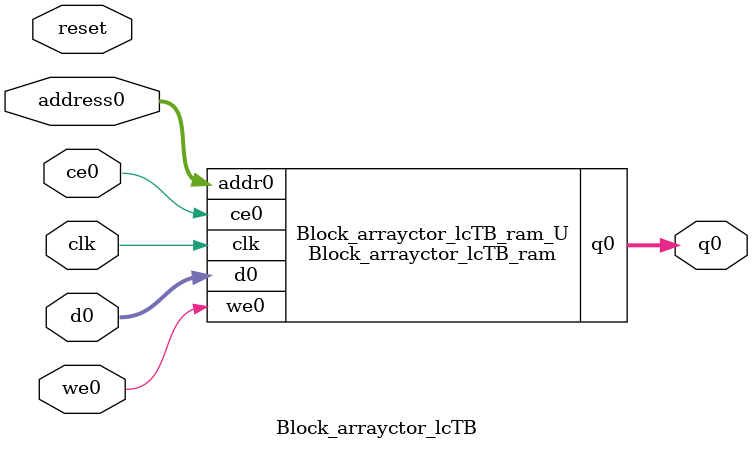
<source format=v>
`timescale 1 ns / 1 ps
module Block_arrayctor_lcTB_ram (addr0, ce0, d0, we0, q0,  clk);

parameter DWIDTH = 5;
parameter AWIDTH = 9;
parameter MEM_SIZE = 264;

input[AWIDTH-1:0] addr0;
input ce0;
input[DWIDTH-1:0] d0;
input we0;
output reg[DWIDTH-1:0] q0;
input clk;

(* ram_style = "block" *)reg [DWIDTH-1:0] ram[0:MEM_SIZE-1];




always @(posedge clk)  
begin 
    if (ce0) begin
        if (we0) 
            ram[addr0] <= d0; 
        q0 <= ram[addr0];
    end
end


endmodule

`timescale 1 ns / 1 ps
module Block_arrayctor_lcTB(
    reset,
    clk,
    address0,
    ce0,
    we0,
    d0,
    q0);

parameter DataWidth = 32'd5;
parameter AddressRange = 32'd264;
parameter AddressWidth = 32'd9;
input reset;
input clk;
input[AddressWidth - 1:0] address0;
input ce0;
input we0;
input[DataWidth - 1:0] d0;
output[DataWidth - 1:0] q0;



Block_arrayctor_lcTB_ram Block_arrayctor_lcTB_ram_U(
    .clk( clk ),
    .addr0( address0 ),
    .ce0( ce0 ),
    .we0( we0 ),
    .d0( d0 ),
    .q0( q0 ));

endmodule


</source>
